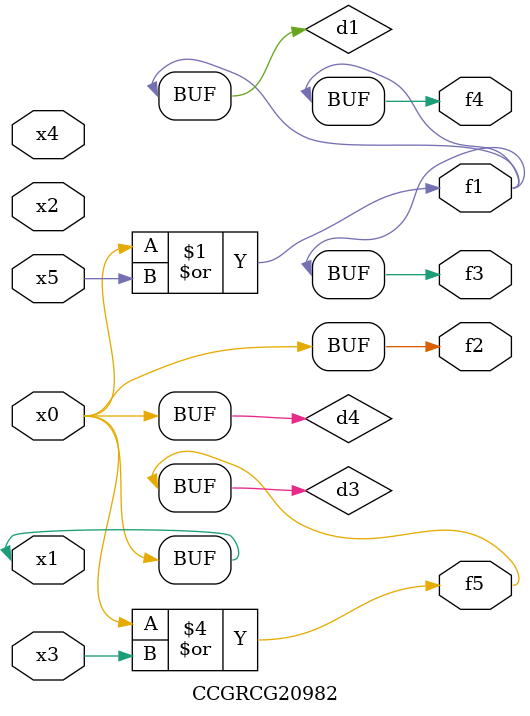
<source format=v>
module CCGRCG20982(
	input x0, x1, x2, x3, x4, x5,
	output f1, f2, f3, f4, f5
);

	wire d1, d2, d3, d4;

	or (d1, x0, x5);
	xnor (d2, x1, x4);
	or (d3, x0, x3);
	buf (d4, x0, x1);
	assign f1 = d1;
	assign f2 = d4;
	assign f3 = d1;
	assign f4 = d1;
	assign f5 = d3;
endmodule

</source>
